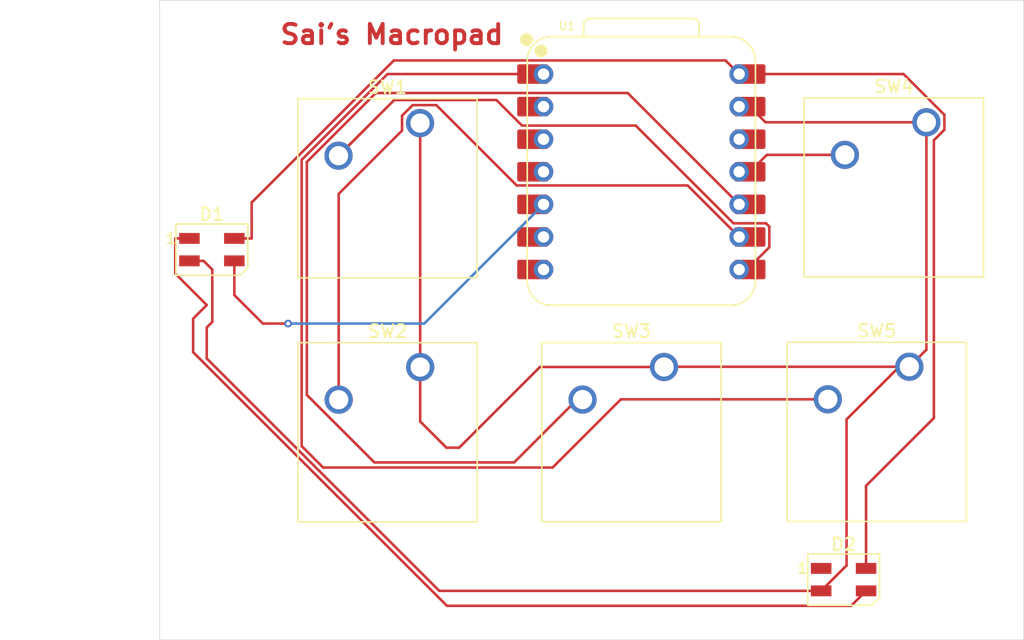
<source format=kicad_pcb>
(kicad_pcb (version 20241229) (generator "pcbnew") (generator_version "9.0")
  (layers (0 "F.Cu" signal) (2 "B.Cu" signal) (13 "F.Paste" user) (15 "B.Paste" user) (5 "F.SilkS" user "F.Silkscreen") (7 "B.SilkS" user "B.Silkscreen") (1 "F.Mask" user) (3 "B.Mask" user) (25 "Edge.Cuts" user))
  (net 0 "")
  (net 1 "Net-(D1-DOUT)")
  (net 2 "GND")
  (net 3 "+5V")
  (net 4 "Net-(D1-DIN)")
  (net 6 "Net-(U1-GPIO1{slash}RX)")
  (net 7 "Net-(U1-GPIO2{slash}SCK)")
  (net 8 "Net-(U1-GPIO4{slash}MISO)")
  (net 9 "Net-(U1-GPIO3{slash}MOSI)")
  (net 10 "Net-(U1-GPIO26{slash}ADC0{slash}A0)")
  (net 11 "unconnected-(U1-3V3-Pad12)")
  (net 12 "unconnected-(U1-GPIO27{slash}ADC1{slash}A1-Pad2)")
  (net 13 "unconnected-(U1-GPIO7{slash}SCL-Pad6)")
  (net 14 "unconnected-(U1-GPIO28{slash}ADC2{slash}A2-Pad3)")
  (net 15 "unconnected-(U1-GPIO29{slash}ADC3{slash}A3-Pad4)")
  (net 16 "unconnected-(U1-GPIO0{slash}TX-Pad7)")
  (footprint "Button_Switch_Keyboard:SW_Cherry_MX_1.00u_PCB" (layer "F.Cu") (at 93.05 97.26)
    (property "Reference" "SW5" (at -2.54 -2.794 0) (layer "F.SilkS"))
    (property "Value" "SW_Push")
    (fp_line (start -9.525 -1.905) (end 4.445 -1.905) (stroke (width 0.12)) (layer "F.SilkS"))
    (fp_line (start -9.525 12.065) (end -9.525 -1.905) (stroke (width 0.12)) (layer "F.SilkS"))
    (fp_line (start 4.445 -1.905) (end 4.445 12.065) (stroke (width 0.12)) (layer "F.SilkS"))
    (fp_line (start 4.445 12.065) (end -9.525 12.065) (stroke (width 0.12)) (layer "F.SilkS"))
    (pad "" np_thru_hole circle (at -7.62 5.08) (size 1.7 1.7) (drill 1.7) (layers "*.Cu" "*.Mask"))
    (pad "" np_thru_hole circle (at -2.54 5.08) (size 4 4) (drill 4) (layers "*.Cu" "*.Mask"))
    (pad "" np_thru_hole circle (at 2.54 5.08) (size 1.7 1.7) (drill 1.7) (layers "*.Cu" "*.Mask"))
    (pad "1" thru_hole circle (at 0 0) (size 2.2 2.2) (drill 1.5) (layers "*.Cu" "*.Mask") (net 2 "GND"))
    (pad "2" thru_hole circle (at -6.35 2.54) (size 2.2 2.2) (drill 1.5) (layers "*.Cu" "*.Mask") (net 10 "Net-(U1-GPIO26{slash}ADC0{slash}A0)"))
  )
  (footprint "LED_SMD:LED_SK6812MINI_PLCC4_3.5x3.5mm_P1.75mm" (layer "F.Cu") (at 87.93 113.86)
    (property "Reference" "D2" (at 0 -2.75 0) (layer "F.SilkS"))
    (property "Value" "SK6812MINI")
    (fp_line (start -2.8 -2) (end -2.8 2) (stroke (width 0.12)) (layer "F.SilkS"))
    (fp_line (start -2.8 -2) (end 2.8 -2) (stroke (width 0.12)) (layer "F.SilkS"))
    (fp_line (start -2.8 2) (end 2.2 2) (stroke (width 0.12)) (layer "F.SilkS"))
    (fp_line (start 2.8 1.4) (end 2.2 2) (stroke (width 0.12)) (layer "F.SilkS"))
    (fp_line (start 2.8 1.4) (end 2.8 -2) (stroke (width 0.12)) (layer "F.SilkS"))
    (fp_text user "1" (at -3.2 -0.875 0) (layer "F.SilkS") (effects (font (size 0.8 0.8))))
    (pad "1" smd rect (at -1.75 -0.875) (size 1.6 0.85) (layers "F.Cu" "F.Mask" "F.Paste"))
    (pad "2" smd rect (at -1.75 0.875) (size 1.6 0.85) (layers "F.Cu" "F.Mask" "F.Paste") (net 2 "GND"))
    (pad "3" smd rect (at 1.75 0.875) (size 1.6 0.85) (layers "F.Cu" "F.Mask" "F.Paste") (net 1 "Net-(D1-DOUT)"))
    (pad "4" smd rect (at 1.75 -0.875) (size 1.6 0.85) (layers "F.Cu" "F.Mask" "F.Paste") (net 3 "+5V"))
  )
  (footprint "Button_Switch_Keyboard:SW_Cherry_MX_1.00u_PCB" (layer "F.Cu") (at 73.94 97.28)
    (property "Reference" "SW3" (at -2.54 -2.794 0) (layer "F.SilkS"))
    (property "Value" "SW_Push")
    (fp_line (start -9.525 -1.905) (end 4.445 -1.905) (stroke (width 0.12)) (layer "F.SilkS"))
    (fp_line (start -9.525 12.065) (end -9.525 -1.905) (stroke (width 0.12)) (layer "F.SilkS"))
    (fp_line (start 4.445 -1.905) (end 4.445 12.065) (stroke (width 0.12)) (layer "F.SilkS"))
    (fp_line (start 4.445 12.065) (end -9.525 12.065) (stroke (width 0.12)) (layer "F.SilkS"))
    (pad "" np_thru_hole circle (at -7.62 5.08) (size 1.7 1.7) (drill 1.7) (layers "*.Cu" "*.Mask"))
    (pad "" np_thru_hole circle (at -2.54 5.08) (size 4 4) (drill 4) (layers "*.Cu" "*.Mask"))
    (pad "" np_thru_hole circle (at 2.54 5.08) (size 1.7 1.7) (drill 1.7) (layers "*.Cu" "*.Mask"))
    (pad "1" thru_hole circle (at 0 0) (size 2.2 2.2) (drill 1.5) (layers "*.Cu" "*.Mask") (net 2 "GND"))
    (pad "2" thru_hole circle (at -6.35 2.54) (size 2.2 2.2) (drill 1.5) (layers "*.Cu" "*.Mask") (net 8 "Net-(U1-GPIO4{slash}MISO)"))
  )
  (footprint "Button_Switch_Keyboard:SW_Cherry_MX_1.00u_PCB" (layer "F.Cu") (at 54.94 97.29)
    (property "Reference" "SW2" (at -2.54 -2.794 0) (layer "F.SilkS"))
    (property "Value" "SW_Push")
    (fp_line (start -9.525 -1.905) (end 4.445 -1.905) (stroke (width 0.12)) (layer "F.SilkS"))
    (fp_line (start -9.525 12.065) (end -9.525 -1.905) (stroke (width 0.12)) (layer "F.SilkS"))
    (fp_line (start 4.445 -1.905) (end 4.445 12.065) (stroke (width 0.12)) (layer "F.SilkS"))
    (fp_line (start 4.445 12.065) (end -9.525 12.065) (stroke (width 0.12)) (layer "F.SilkS"))
    (pad "" np_thru_hole circle (at -7.62 5.08) (size 1.7 1.7) (drill 1.7) (layers "*.Cu" "*.Mask"))
    (pad "" np_thru_hole circle (at -2.54 5.08) (size 4 4) (drill 4) (layers "*.Cu" "*.Mask"))
    (pad "" np_thru_hole circle (at 2.54 5.08) (size 1.7 1.7) (drill 1.7) (layers "*.Cu" "*.Mask"))
    (pad "1" thru_hole circle (at 0 0) (size 2.2 2.2) (drill 1.5) (layers "*.Cu" "*.Mask") (net 2 "GND"))
    (pad "2" thru_hole circle (at -6.35 2.54) (size 2.2 2.2) (drill 1.5) (layers "*.Cu" "*.Mask") (net 7 "Net-(U1-GPIO2{slash}SCK)"))
  )
  (footprint "Button_Switch_Keyboard:SW_Cherry_MX_1.00u_PCB" (layer "F.Cu") (at 54.9275 78.2637)
    (property "Reference" "SW1" (at -2.54 -2.794 0) (layer "F.SilkS"))
    (property "Value" "SW_Push" (hide yes))
    (fp_line (start -9.525 -1.905) (end 4.445 -1.905) (stroke (width 0.12)) (layer "F.SilkS"))
    (fp_line (start -9.525 12.065) (end -9.525 -1.905) (stroke (width 0.12)) (layer "F.SilkS"))
    (fp_line (start 4.445 -1.905) (end 4.445 12.065) (stroke (width 0.12)) (layer "F.SilkS"))
    (fp_line (start 4.445 12.065) (end -9.525 12.065) (stroke (width 0.12)) (layer "F.SilkS"))
    (pad "" np_thru_hole circle (at -7.62 5.08) (size 1.7 1.7) (drill 1.7) (layers "*.Cu" "*.Mask"))
    (pad "" np_thru_hole circle (at -2.54 5.08) (size 4 4) (drill 4) (layers "*.Cu" "*.Mask"))
    (pad "" np_thru_hole circle (at 2.54 5.08) (size 1.7 1.7) (drill 1.7) (layers "*.Cu" "*.Mask"))
    (pad "1" thru_hole circle (at 0 0) (size 2.2 2.2) (drill 1.5) (layers "*.Cu" "*.Mask") (net 2 "GND"))
    (pad "2" thru_hole circle (at -6.35 2.54) (size 2.2 2.2) (drill 1.5) (layers "*.Cu" "*.Mask") (net 6 "Net-(U1-GPIO1{slash}RX)"))
  )
  (footprint "opl:XIAO-RP2040-DIP" (layer "F.Cu") (at 72.17 82.06)
    (property "Reference" "U1" (at -5.79 -11.36 0) (layer "F.SilkS") (effects (font (size 0.635 0.635) (thickness 0.1016))))
    (property "Value" "XIAO-RP2040-DIP")
    (fp_line (start -8.89 8.509) (end -8.89 -8.636) (stroke (width 0.127)) (layer "F.SilkS"))
    (fp_line (start -6.985 10.414) (end 6.985 10.414) (stroke (width 0.127)) (layer "F.SilkS"))
    (fp_line (start -4.495 -10.541) (end -4.491272 -11.451272) (stroke (width 0.127)) (layer "F.SilkS"))
    (fp_line (start -3.991272 -11.951) (end 4.004 -11.951) (stroke (width 0.127)) (layer "F.SilkS"))
    (fp_line (start 4.504 -11.451) (end 4.504 -10.541) (stroke (width 0.127)) (layer "F.SilkS"))
    (fp_line (start 6.985 -10.541) (end -6.985 -10.541) (stroke (width 0.1)) (layer "F.SilkS"))
    (fp_line (start 6.985 -10.541) (end -6.985 -10.541) (stroke (width 0.127)) (layer "F.SilkS"))
    (fp_line (start 8.89 8.509) (end 8.89 -8.636) (stroke (width 0.127)) (layer "F.SilkS"))
    (fp_arc (start -8.89 -8.636) (mid -8.332038 -9.983038) (end -6.985 -10.541) (stroke (width 0.127)) (layer "F.SilkS"))
    (fp_arc (start -6.985 10.414) (mid -8.332038 9.856038) (end -8.89 8.509) (stroke (width 0.127)) (layer "F.SilkS"))
    (fp_arc (start -4.491272 -11.451272) (mid -4.344728 -11.80464) (end -3.991272 -11.951) (stroke (width 0.127)) (layer "F.SilkS"))
    (fp_arc (start 4.004 -11.951) (mid 4.357553 -11.804553) (end 4.504 -11.451) (stroke (width 0.127)) (layer "F.SilkS"))
    (fp_arc (start 6.985 -10.541) (mid 8.332038 -9.983038) (end 8.89 -8.636) (stroke (width 0.127)) (layer "F.SilkS"))
    (fp_arc (start 8.89 8.509) (mid 8.332038 9.856038) (end 6.985 10.414) (stroke (width 0.127)) (layer "F.SilkS"))
    (fp_circle (center -8.95 -10.3) (end -8.95 -10.554) (stroke (width 0.5)) (fill yes) (layer "F.SilkS"))
    (fp_circle (center -7.807 -9.42) (end -7.807 -9.674) (stroke (width 0.5)) (fill yes) (layer "F.SilkS"))
    (pad "1" smd roundrect (at -8.455 -7.62 180) (size 2.432 1.524) (layers "F.Cu" "F.Mask") (roundrect_rratio 0.1) (net 10 "Net-(U1-GPIO26{slash}ADC0{slash}A0)"))
    (pad "1" thru_hole circle (at -7.62 -7.62 180) (size 1.524 1.524) (drill 0.889) (layers "*.Cu" "*.Mask") (net 10 "Net-(U1-GPIO26{slash}ADC0{slash}A0)"))
    (pad "2" smd roundrect (at -8.455 -5.08 180) (size 2.432 1.524) (layers "F.Cu" "F.Mask") (roundrect_rratio 0.1) (net 12 "unconnected-(U1-GPIO27{slash}ADC1{slash}A1-Pad2)"))
    (pad "2" thru_hole circle (at -7.62 -5.08 180) (size 1.524 1.524) (drill 0.889) (layers "*.Cu" "*.Mask") (net 12 "unconnected-(U1-GPIO27{slash}ADC1{slash}A1-Pad2)"))
    (pad "3" smd roundrect (at -8.455 -2.54 180) (size 2.432 1.524) (layers "F.Cu" "F.Mask") (roundrect_rratio 0.1) (net 14 "unconnected-(U1-GPIO28{slash}ADC2{slash}A2-Pad3)"))
    (pad "3" thru_hole circle (at -7.62 -2.54 180) (size 1.524 1.524) (drill 0.889) (layers "*.Cu" "*.Mask") (net 14 "unconnected-(U1-GPIO28{slash}ADC2{slash}A2-Pad3)"))
    (pad "4" smd roundrect (at -8.455 0 180) (size 2.432 1.524) (layers "F.Cu" "F.Mask") (roundrect_rratio 0.1) (net 15 "unconnected-(U1-GPIO29{slash}ADC3{slash}A3-Pad4)"))
    (pad "4" thru_hole circle (at -7.62 0 180) (size 1.524 1.524) (drill 0.889) (layers "*.Cu" "*.Mask") (net 15 "unconnected-(U1-GPIO29{slash}ADC3{slash}A3-Pad4)"))
    (pad "5" smd roundrect (at -8.455 2.54 180) (size 2.432 1.524) (layers "F.Cu" "F.Mask") (roundrect_rratio 0.1) (net 4 "Net-(D1-DIN)"))
    (pad "5" thru_hole circle (at -7.62 2.54 180) (size 1.524 1.524) (drill 0.889) (layers "*.Cu" "*.Mask") (net 4 "Net-(D1-DIN)"))
    (pad "6" smd roundrect (at -8.455 5.08 180) (size 2.432 1.524) (layers "F.Cu" "F.Mask") (roundrect_rratio 0.1) (net 13 "unconnected-(U1-GPIO7{slash}SCL-Pad6)"))
    (pad "6" thru_hole circle (at -7.62 5.08 180) (size 1.524 1.524) (drill 0.889) (layers "*.Cu" "*.Mask") (net 13 "unconnected-(U1-GPIO7{slash}SCL-Pad6)"))
    (pad "7" smd roundrect (at -8.455 7.62 180) (size 2.432 1.524) (layers "F.Cu" "F.Mask") (roundrect_rratio 0.1) (net 16 "unconnected-(U1-GPIO0{slash}TX-Pad7)"))
    (pad "7" thru_hole circle (at -7.62 7.62 180) (size 1.524 1.524) (drill 0.889) (layers "*.Cu" "*.Mask") (net 16 "unconnected-(U1-GPIO0{slash}TX-Pad7)"))
    (pad "8" thru_hole circle (at 7.62 7.62) (size 1.524 1.524) (drill 0.889) (layers "*.Cu" "*.Mask") (net 6 "Net-(U1-GPIO1{slash}RX)"))
    (pad "8" smd roundrect (at 8.455 7.62) (size 2.432 1.524) (layers "F.Cu" "F.Mask") (roundrect_rratio 0.1) (net 6 "Net-(U1-GPIO1{slash}RX)"))
    (pad "9" thru_hole circle (at 7.62 5.08) (size 1.524 1.524) (drill 0.889) (layers "*.Cu" "*.Mask") (net 7 "Net-(U1-GPIO2{slash}SCK)"))
    (pad "9" smd roundrect (at 8.455 5.08) (size 2.432 1.524) (layers "F.Cu" "F.Mask") (roundrect_rratio 0.1) (net 7 "Net-(U1-GPIO2{slash}SCK)"))
    (pad "10" thru_hole circle (at 7.62 2.54) (size 1.524 1.524) (drill 0.889) (layers "*.Cu" "*.Mask") (net 8 "Net-(U1-GPIO4{slash}MISO)"))
    (pad "10" smd roundrect (at 8.455 2.54) (size 2.432 1.524) (layers "F.Cu" "F.Mask") (roundrect_rratio 0.1) (net 8 "Net-(U1-GPIO4{slash}MISO)"))
    (pad "11" thru_hole circle (at 7.62 0) (size 1.524 1.524) (drill 0.889) (layers "*.Cu" "*.Mask") (net 9 "Net-(U1-GPIO3{slash}MOSI)"))
    (pad "11" smd roundrect (at 8.455 0) (size 2.432 1.524) (layers "F.Cu" "F.Mask") (roundrect_rratio 0.1) (net 9 "Net-(U1-GPIO3{slash}MOSI)"))
    (pad "12" thru_hole circle (at 7.62 -2.54) (size 1.524 1.524) (drill 0.889) (layers "*.Cu" "*.Mask") (net 11 "unconnected-(U1-3V3-Pad12)"))
    (pad "12" smd roundrect (at 8.455 -2.54) (size 2.432 1.524) (layers "F.Cu" "F.Mask") (roundrect_rratio 0.1) (net 11 "unconnected-(U1-3V3-Pad12)"))
    (pad "13" thru_hole circle (at 7.62 -5.08) (size 1.524 1.524) (drill 0.889) (layers "*.Cu" "*.Mask") (net 2 "GND"))
    (pad "13" smd roundrect (at 8.455 -5.08) (size 2.432 1.524) (layers "F.Cu" "F.Mask") (roundrect_rratio 0.1) (net 2 "GND"))
    (pad "14" thru_hole circle (at 7.62 -7.62) (size 1.524 1.524) (drill 0.889) (layers "*.Cu" "*.Mask") (net 3 "+5V"))
    (pad "14" smd roundrect (at 8.455 -7.62) (size 2.432 1.524) (layers "F.Cu" "F.Mask") (roundrect_rratio 0.1) (net 3 "+5V"))
  )
  (footprint "LED_SMD:LED_SK6812MINI_PLCC4_3.5x3.5mm_P1.75mm" (layer "F.Cu") (at 38.71 88.13)
    (property "Reference" "D1" (at 0 -2.75 0) (layer "F.SilkS"))
    (property "Value" "SK6812MINI")
    (fp_line (start -2.8 -2) (end -2.8 2) (stroke (width 0.12)) (layer "F.SilkS"))
    (fp_line (start -2.8 -2) (end 2.8 -2) (stroke (width 0.12)) (layer "F.SilkS"))
    (fp_line (start -2.8 2) (end 2.2 2) (stroke (width 0.12)) (layer "F.SilkS"))
    (fp_line (start 2.8 1.4) (end 2.2 2) (stroke (width 0.12)) (layer "F.SilkS"))
    (fp_line (start 2.8 1.4) (end 2.8 -2) (stroke (width 0.12)) (layer "F.SilkS"))
    (fp_text user "1" (at -3.2 -0.875 0) (layer "F.SilkS") (effects (font (size 0.8 0.8))))
    (pad "1" smd rect (at -1.75 -0.875) (size 1.6 0.85) (layers "F.Cu" "F.Mask" "F.Paste") (net 1 "Net-(D1-DOUT)"))
    (pad "2" smd rect (at -1.75 0.875) (size 1.6 0.85) (layers "F.Cu" "F.Mask" "F.Paste") (net 2 "GND"))
    (pad "3" smd rect (at 1.75 0.875) (size 1.6 0.85) (layers "F.Cu" "F.Mask" "F.Paste") (net 4 "Net-(D1-DIN)"))
    (pad "4" smd rect (at 1.75 -0.875) (size 1.6 0.85) (layers "F.Cu" "F.Mask" "F.Paste") (net 3 "+5V"))
  )
  (footprint "Button_Switch_Keyboard:SW_Cherry_MX_1.00u_PCB" (layer "F.Cu") (at 94.38 78.2)
    (property "Reference" "SW4" (at -2.54 -2.794 0) (layer "F.SilkS"))
    (property "Value" "SW_Push")
    (fp_line (start -9.525 -1.905) (end 4.445 -1.905) (stroke (width 0.12)) (layer "F.SilkS"))
    (fp_line (start -9.525 12.065) (end -9.525 -1.905) (stroke (width 0.12)) (layer "F.SilkS"))
    (fp_line (start 4.445 -1.905) (end 4.445 12.065) (stroke (width 0.12)) (layer "F.SilkS"))
    (fp_line (start 4.445 12.065) (end -9.525 12.065) (stroke (width 0.12)) (layer "F.SilkS"))
    (pad "" np_thru_hole circle (at -7.62 5.08) (size 1.7 1.7) (drill 1.7) (layers "*.Cu" "*.Mask"))
    (pad "" np_thru_hole circle (at -2.54 5.08) (size 4 4) (drill 4) (layers "*.Cu" "*.Mask"))
    (pad "" np_thru_hole circle (at 2.54 5.08) (size 1.7 1.7) (drill 1.7) (layers "*.Cu" "*.Mask"))
    (pad "1" thru_hole circle (at 0 0) (size 2.2 2.2) (drill 1.5) (layers "*.Cu" "*.Mask") (net 2 "GND"))
    (pad "2" thru_hole circle (at -6.35 2.54) (size 2.2 2.2) (drill 1.5) (layers "*.Cu" "*.Mask") (net 9 "Net-(U1-GPIO3{slash}MOSI)"))
  )
  (gr_rect (start 34.64 68.69) (end 101.96 118.56) (stroke (width 0.05)) (fill no) (layer "Edge.Cuts"))
  (gr_text "Sai's Macropad" (at 43.89 72.23 0) (layer "F.Cu") (effects (font (size 1.5 1.5) (thickness 0.3) (bold yes)) (justify left bottom)))
  (segment (start 57.0258 115.902) (end 37.249 96.1252) (width 0.2) (layer "F.Cu") (net 1))
  (segment (start 36.96 87.255) (end 35.8583 87.255) (width 0.2) (layer "F.Cu") (net 1))
  (segment (start 37.249 93.511) (end 38.31 92.45) (width 0.2) (layer "F.Cu") (net 1))
  (segment (start 89.68 114.735) (end 88.513 115.902) (width 0.2) (layer "F.Cu") (net 1))
  (segment (start 35.8583 89.9983) (end 38.31 92.45) (width 0.2) (layer "F.Cu") (net 1))
  (segment (start 88.513 115.902) (end 57.0258 115.902) (width 0.2) (layer "F.Cu") (net 1))
  (segment (start 37.249 96.1252) (end 37.249 93.511) (width 0.2) (layer "F.Cu") (net 1))
  (segment (start 35.8583 87.255) (end 35.8583 89.9983) (width 0.2) (layer "F.Cu") (net 1))
  (segment (start 88.159 101.366) (end 92.2652 97.26) (width 0.2) (layer "F.Cu") (net 2))
  (segment (start 94.38 95.93) (end 93.05 97.26) (width 0.2) (layer "F.Cu") (net 2))
  (segment (start 38.7419 89.6852) (end 38.7419 93.7681) (width 0.2) (layer "F.Cu") (net 2))
  (segment (start 54.9275 78.2637) (end 54.9275 78.2638) (width 0.2) (layer "F.Cu") (net 2))
  (segment (start 86.18 114.735) (end 56.4259 114.735) (width 0.2) (layer "F.Cu") (net 2))
  (segment (start 54.94 78.2762) (end 54.9275 78.2638) (width 0.2) (layer "F.Cu") (net 2))
  (segment (start 73.94 97.28) (end 64.2685 97.28) (width 0.2) (layer "F.Cu") (net 2))
  (segment (start 54.94 97.29) (end 54.94 78.2762) (width 0.2) (layer "F.Cu") (net 2))
  (segment (start 36.96 89.005) (end 38.0617 89.005) (width 0.2) (layer "F.Cu") (net 2))
  (segment (start 79.79 76.98) (end 80.625 76.98) (width 0.2) (layer "F.Cu") (net 2))
  (segment (start 38.0617 89.005) (end 38.7419 89.6852) (width 0.2) (layer "F.Cu") (net 2))
  (segment (start 54.94 101.528) (end 54.94 97.29) (width 0.2) (layer "F.Cu") (net 2))
  (segment (start 56.9825 103.571) (end 56.431 103.019) (width 0.2) (layer "F.Cu") (net 2))
  (segment (start 38.31 96.6191) (end 38.31 94.2) (width 0.2) (layer "F.Cu") (net 2))
  (segment (start 57.9775 103.571) (end 56.9825 103.571) (width 0.2) (layer "F.Cu") (net 2))
  (segment (start 81.845 78.2) (end 80.625 76.98) (width 0.2) (layer "F.Cu") (net 2))
  (segment (start 88.159 112.756) (end 88.159 101.366) (width 0.2) (layer "F.Cu") (net 2))
  (segment (start 38.7419 93.7681) (end 38.31 94.2) (width 0.2) (layer "F.Cu") (net 2))
  (segment (start 92.2652 97.26) (end 93.05 97.26) (width 0.2) (layer "F.Cu") (net 2))
  (segment (start 94.38 78.2) (end 81.845 78.2) (width 0.2) (layer "F.Cu") (net 2))
  (segment (start 56.431 103.019) (end 54.94 101.528) (width 0.2) (layer "F.Cu") (net 2))
  (segment (start 93.05 97.26) (end 73.96 97.26) (width 0.2) (layer "F.Cu") (net 2))
  (segment (start 94.38 78.2) (end 94.38 95.93) (width 0.2) (layer "F.Cu") (net 2))
  (segment (start 56.4259 114.735) (end 38.31 96.6191) (width 0.2) (layer "F.Cu") (net 2))
  (segment (start 86.18 114.735) (end 88.159 112.756) (width 0.2) (layer "F.Cu") (net 2))
  (segment (start 64.2685 97.28) (end 57.9775 103.571) (width 0.2) (layer "F.Cu") (net 2))
  (segment (start 73.96 97.26) (end 73.94 97.28) (width 0.2) (layer "F.Cu") (net 2))
  (segment (start 80.625 74.44) (end 92.6013 74.44) (width 0.2) (layer "F.Cu") (net 3))
  (segment (start 89.68 106.54) (end 89.68 112.985) (width 0.2) (layer "F.Cu") (net 3))
  (segment (start 79.79 74.44) (end 80.625 74.44) (width 0.2) (layer "F.Cu") (net 3))
  (segment (start 78.727 73.377) (end 52.8887 73.377) (width 0.2) (layer "F.Cu") (net 3))
  (segment (start 95.781 77.6197) (end 95.781 78.7803) (width 0.2) (layer "F.Cu") (net 3))
  (segment (start 52.8887 73.377) (end 41.81 84.4557) (width 0.2) (layer "F.Cu") (net 3))
  (segment (start 95.781 78.7803) (end 94.9603 79.601) (width 0.2) (layer "F.Cu") (net 3))
  (segment (start 92.6013 74.44) (end 95.781 77.6197) (width 0.2) (layer "F.Cu") (net 3))
  (segment (start 40.46 87.255) (end 41.81 87.255) (width 0.2) (layer "F.Cu") (net 3))
  (segment (start 94.9603 101.26) (end 89.68 106.54) (width 0.2) (layer "F.Cu") (net 3))
  (segment (start 94.9603 79.601) (end 94.9603 101.26) (width 0.2) (layer "F.Cu") (net 3))
  (segment (start 41.81 84.4557) (end 41.81 87.255) (width 0.2) (layer "F.Cu") (net 3))
  (segment (start 79.79 74.44) (end 78.727 73.377) (width 0.2) (layer "F.Cu") (net 3))
  (segment (start 64.55 84.6) (end 63.715 84.6) (width 0.2) (layer "F.Cu") (net 4))
  (segment (start 43.2184 93.8932) (end 43.2184 93.8933) (width 0.2) (layer "F.Cu") (net 4))
  (segment (start 40.46 89.005) (end 40.46 91.6718) (width 0.2) (layer "F.Cu") (net 4))
  (segment (start 42.6814 93.8932) (end 43.2184 93.8932) (width 0.2) (layer "F.Cu") (net 4))
  (segment (start 44.6514 93.8933) (end 43.2184 93.8933) (width 0.2) (layer "F.Cu") (net 4))
  (segment (start 40.46 91.6718) (end 42.6814 93.8932) (width 0.2) (layer "F.Cu") (net 4))
  (via (at 44.6514 93.8933) (size 0.6) (drill 0.3) (layers "F.Cu" "B.Cu") (net 4))
  (segment (start 55.2567 93.8933) (end 44.6514 93.8933) (width 0.2) (layer "B.Cu") (net 4))
  (segment (start 64.55 84.6) (end 55.2567 93.8933) (width 0.2) (layer "B.Cu") (net 4))
  (segment (start 52.9195 76.4618) (end 60.8781 76.4618) (width 0.2) (layer "F.Cu") (net 6))
  (segment (start 82.142 86.3384) (end 82.142 87.9416) (width 0.2) (layer "F.Cu") (net 6))
  (segment (start 80.4036 89.68) (end 79.79 89.68) (width 0.2) (layer "F.Cu") (net 6))
  (segment (start 71.7297 78.457) (end 79.3497 86.077) (width 0.2) (layer "F.Cu") (net 6))
  (segment (start 48.5775 80.8038) (end 52.9195 76.4618) (width 0.2) (layer "F.Cu") (net 6))
  (segment (start 48.5776 80.8037) (end 48.5775 80.8037) (width 0.2) (layer "F.Cu") (net 6))
  (segment (start 79.3497 86.077) (end 81.8806 86.077) (width 0.2) (layer "F.Cu") (net 6))
  (segment (start 62.8734 78.457) (end 71.7297 78.457) (width 0.2) (layer "F.Cu") (net 6))
  (segment (start 80.625 89.68) (end 80.4036 89.68) (width 0.2) (layer "F.Cu") (net 6))
  (segment (start 81.8806 86.077) (end 82.142 86.3384) (width 0.2) (layer "F.Cu") (net 6))
  (segment (start 82.142 87.9416) (end 80.4036 89.68) (width 0.2) (layer "F.Cu") (net 6))
  (segment (start 50.7485 78.6328) (end 48.5776 80.8037) (width 0.2) (layer "F.Cu") (net 6))
  (segment (start 60.8781 76.4618) (end 62.8734 78.457) (width 0.2) (layer "F.Cu") (net 6))
  (segment (start 56.1991 76.8628) (end 62.4594 83.123) (width 0.2) (layer "F.Cu") (net 7))
  (segment (start 53.5265 77.6834) (end 54.3472 76.8628) (width 0.2) (layer "F.Cu") (net 7))
  (segment (start 80.625 87.14) (end 79.79 87.14) (width 0.2) (layer "F.Cu") (net 7))
  (segment (start 53.5265 78.8441) (end 53.5265 77.6834) (width 0.2) (layer "F.Cu") (net 7))
  (segment (start 48.59 83.7806) (end 53.5265 78.8441) (width 0.2) (layer "F.Cu") (net 7))
  (segment (start 54.3472 76.8628) (end 56.1991 76.8628) (width 0.2) (layer "F.Cu") (net 7))
  (segment (start 62.4594 83.123) (end 75.773 83.123) (width 0.2) (layer "F.Cu") (net 7))
  (segment (start 48.59 99.83) (end 48.59 83.7806) (width 0.2) (layer "F.Cu") (net 7))
  (segment (start 75.773 83.123) (end 79.79 87.14) (width 0.2) (layer "F.Cu") (net 7))
  (segment (start 67.2515 99.73) (end 62.2605 104.721) (width 0.2) (layer "F.Cu") (net 8))
  (segment (start 67.71 99.73) (end 67.2515 99.73) (width 0.2) (layer "F.Cu") (net 8))
  (segment (start 51.4829 75.917) (end 71.107 75.917) (width 0.2) (layer "F.Cu") (net 8))
  (segment (start 67.59 99.82) (end 67.62 99.82) (width 0.2) (layer "F.Cu") (net 8))
  (segment (start 67.62 99.82) (end 67.71 99.73) (width 0.2) (layer "F.Cu") (net 8))
  (segment (start 62.2605 104.721) (end 51.3695 104.721) (width 0.2) (layer "F.Cu") (net 8))
  (segment (start 80.625 84.6) (end 79.79 84.6) (width 0.2) (layer "F.Cu") (net 8))
  (segment (start 71.107 75.917) (end 79.79 84.6) (width 0.2) (layer "F.Cu") (net 8))
  (segment (start 51.3695 104.721) (end 46.1065 99.458) (width 0.2) (layer "F.Cu") (net 8))
  (segment (start 46.1065 99.458) (end 46.1065 81.2934) (width 0.2) (layer "F.Cu") (net 8))
  (segment (start 46.1065 81.2934) (end 51.4829 75.917) (width 0.2) (layer "F.Cu") (net 8))
  (segment (start 88.03 80.74) (end 81.945 80.74) (width 0.2) (layer "F.Cu") (net 9))
  (segment (start 81.945 80.74) (end 80.625 82.06) (width 0.2) (layer "F.Cu") (net 9))
  (segment (start 79.79 82.06) (end 80.625 82.06) (width 0.2) (layer "F.Cu") (net 9))
  (segment (start 52.3928 74.44) (end 63.715 74.44) (width 0.2) (layer "F.Cu") (net 10))
  (segment (start 64.55 74.44) (end 63.715 74.44) (width 0.2) (layer "F.Cu") (net 10))
  (segment (start 45.7055 81.1273) (end 52.3928 74.44) (width 0.2) (layer "F.Cu") (net 10))
  (segment (start 45.7055 103.448) (end 45.7055 81.1273) (width 0.2) (layer "F.Cu") (net 10))
  (segment (start 47.38 105.122) (end 45.7055 103.448) (width 0.2) (layer "F.Cu") (net 10))
  (segment (start 70.5785 99.8) (end 65.2565 105.122) (width 0.2) (layer "F.Cu") (net 10))
  (segment (start 86.7 99.8) (end 70.5785 99.8) (width 0.2) (layer "F.Cu") (net 10))
  (segment (start 65.2565 105.122) (end 47.38 105.122) (width 0.2) (layer "F.Cu") (net 10))
  (segment (start 79.79 79.52) (end 80.625 79.52) (width 0.2) (layer "F.Cu") (net 11))
  (segment (start 63.715 76.98) (end 64.55 76.98) (width 0.2) (layer "F.Cu") (net 12))
  (segment (start 64.55 87.14) (end 63.715 87.14) (width 0.2) (layer "F.Cu") (net 13))
  (segment (start 64.55 79.52) (end 63.715 79.52) (width 0.2) (layer "F.Cu") (net 14))
  (segment (start 64.55 82.06) (end 63.715 82.06) (width 0.2) (layer "F.Cu") (net 15))
  (segment (start 63.715 89.68) (end 64.55 89.68) (width 0.2) (layer "F.Cu") (net 16))
)
</source>
